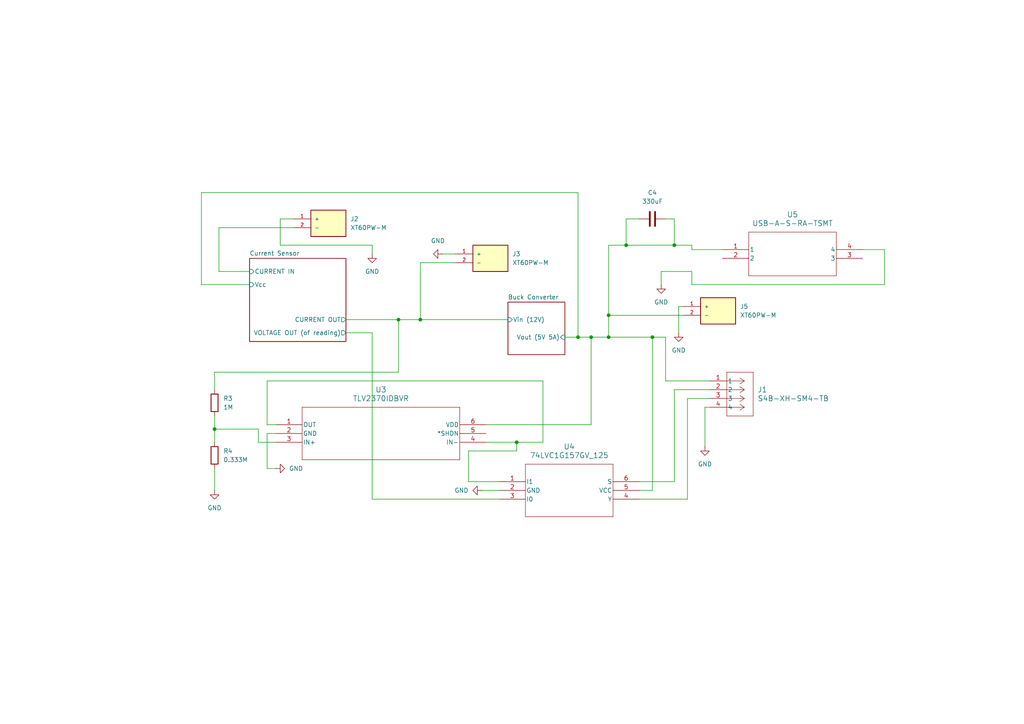
<source format=kicad_sch>
(kicad_sch (version 20231120) (generator "eeschema") (generator_version "8.0")
  (paper "A4")
  (lib_symbols
    (symbol "2025-01-31_02-08-36:S4B-XH-SM4-TB" (pin_names (offset 0.254))
      (property "Reference" "J" (at 8.89 6.35 0))
      (property "Value" "S4B-XH-SM4-TB" (at 0 0 0))
      (symbol "S4B-XH-SM4-TB_1_1"
        (polyline (pts (xy 5.08 -10.16) (xy 12.7 -10.16)) (stroke (width 0.127)))
        (polyline (pts (xy 5.08 2.54) (xy 5.08 -10.16)) (stroke (width 0.127)))
        (polyline (pts (xy 10.16 -7.62) (xy 5.08 -7.62)) (stroke (width 0.127)))
        (polyline (pts (xy 10.16 -7.62) (xy 8.89 -8.4667)) (stroke (width 0.127)))
        (polyline (pts (xy 10.16 -7.62) (xy 8.89 -6.7733)) (stroke (width 0.127)))
        (polyline (pts (xy 10.16 -5.08) (xy 5.08 -5.08)) (stroke (width 0.127)))
        (polyline (pts (xy 10.16 -5.08) (xy 8.89 -5.9267)) (stroke (width 0.127)))
        (polyline (pts (xy 10.16 -5.08) (xy 8.89 -4.2333)) (stroke (width 0.127)))
        (polyline (pts (xy 10.16 -2.54) (xy 5.08 -2.54)) (stroke (width 0.127)))
        (polyline (pts (xy 10.16 -2.54) (xy 8.89 -3.3867)) (stroke (width 0.127)))
        (polyline (pts (xy 10.16 -2.54) (xy 8.89 -1.6933)) (stroke (width 0.127)))
        (polyline (pts (xy 10.16 0) (xy 5.08 0)) (stroke (width 0.127)))
        (polyline (pts (xy 10.16 0) (xy 8.89 -0.8467)) (stroke (width 0.127)))
        (polyline (pts (xy 10.16 0) (xy 8.89 0.8467)) (stroke (width 0.127)))
        (polyline (pts (xy 12.7 -10.16) (xy 12.7 2.54)) (stroke (width 0.127)))
        (polyline (pts (xy 12.7 2.54) (xy 5.08 2.54)) (stroke (width 0.127)))
        (pin unspecified line (at 0 0 0) (length 5.08) (name "1") (number "1"))
        (pin unspecified line (at 0 -2.54 0) (length 5.08) (name "2") (number "2"))
        (pin unspecified line (at 0 -5.08 0) (length 5.08) (name "3") (number "3"))
        (pin unspecified line (at 0 -7.62 0) (length 5.08) (name "4") (number "4"))
      )
      (symbol "S4B-XH-SM4-TB_1_2"
        (polyline (pts (xy 5.08 -10.16) (xy 12.7 -10.16)) (stroke (width 0.127)))
        (polyline (pts (xy 5.08 2.54) (xy 5.08 -10.16)) (stroke (width 0.127)))
        (polyline (pts (xy 7.62 -7.62) (xy 5.08 -7.62)) (stroke (width 0.127)))
        (polyline (pts (xy 7.62 -7.62) (xy 8.89 -8.4667)) (stroke (width 0.127)))
        (polyline (pts (xy 7.62 -7.62) (xy 8.89 -6.7733)) (stroke (width 0.127)))
        (polyline (pts (xy 7.62 -5.08) (xy 5.08 -5.08)) (stroke (width 0.127)))
        (polyline (pts (xy 7.62 -5.08) (xy 8.89 -5.9267)) (stroke (width 0.127)))
        (polyline (pts (xy 7.62 -5.08) (xy 8.89 -4.2333)) (stroke (width 0.127)))
        (polyline (pts (xy 7.62 -2.54) (xy 5.08 -2.54)) (stroke (width 0.127)))
        (polyline (pts (xy 7.62 -2.54) (xy 8.89 -3.3867)) (stroke (width 0.127)))
        (polyline (pts (xy 7.62 -2.54) (xy 8.89 -1.6933)) (stroke (width 0.127)))
        (polyline (pts (xy 7.62 0) (xy 5.08 0)) (stroke (width 0.127)))
        (polyline (pts (xy 7.62 0) (xy 8.89 -0.8467)) (stroke (width 0.127)))
        (polyline (pts (xy 7.62 0) (xy 8.89 0.8467)) (stroke (width 0.127)))
        (polyline (pts (xy 12.7 -10.16) (xy 12.7 2.54)) (stroke (width 0.127)))
        (polyline (pts (xy 12.7 2.54) (xy 5.08 2.54)) (stroke (width 0.127)))
        (pin unspecified line (at 0 0 0) (length 5.08) (name "1") (number "1"))
        (pin unspecified line (at 0 -2.54 0) (length 5.08) (name "2") (number "2"))
        (pin unspecified line (at 0 -5.08 0) (length 5.08) (name "3") (number "3"))
        (pin unspecified line (at 0 -7.62 0) (length 5.08) (name "4") (number "4"))
      )
    )
    (symbol "2025-02-22_16-12-17:74LVC1G157GV_125" (pin_names (offset 0.254))
      (property "Reference" "U" (at 20.32 10.16 0))
      (property "Value" "74LVC1G157GV_125" (at 20.32 7.62 0))
      (symbol "74LVC1G157GV_125_0_1"
        (polyline (pts (xy 7.62 -10.16) (xy 33.02 -10.16)) (stroke (width 0.127)))
        (polyline (pts (xy 7.62 5.08) (xy 7.62 -10.16)) (stroke (width 0.127)))
        (polyline (pts (xy 33.02 -10.16) (xy 33.02 5.08)) (stroke (width 0.127)))
        (polyline (pts (xy 33.02 5.08) (xy 7.62 5.08)) (stroke (width 0.127)))
        (pin bidirectional line (at 0 0 0) (length 7.62) (name "I1") (number "1"))
        (pin power_out line (at 0 -2.54 0) (length 7.62) (name "GND") (number "2"))
        (pin bidirectional line (at 0 -5.08 0) (length 7.62) (name "I0") (number "3"))
        (pin unspecified line (at 40.64 -5.08 180) (length 7.62) (name "Y") (number "4"))
        (pin power_in line (at 40.64 -2.54 180) (length 7.62) (name "VCC") (number "5"))
        (pin unspecified line (at 40.64 0 180) (length 7.62) (name "S") (number "6"))
      )
    )
    (symbol "2025-02-22_17-10-12:TLV2370IDBVR" (pin_names (offset 0.254))
      (property "Reference" "U" (at 30.48 10.16 0))
      (property "Value" "TLV2370IDBVR" (at 30.48 7.62 0))
      (symbol "TLV2370IDBVR_0_1"
        (polyline (pts (xy 7.62 -10.16) (xy 53.34 -10.16)) (stroke (width 0.127)))
        (polyline (pts (xy 7.62 5.08) (xy 7.62 -10.16)) (stroke (width 0.127)))
        (polyline (pts (xy 53.34 -10.16) (xy 53.34 5.08)) (stroke (width 0.127)))
        (polyline (pts (xy 53.34 5.08) (xy 7.62 5.08)) (stroke (width 0.127)))
        (pin output line (at 0 0 0) (length 7.62) (name "OUT") (number "1"))
        (pin power_in line (at 0 -2.54 0) (length 7.62) (name "GND") (number "2"))
        (pin input line (at 0 -5.08 0) (length 7.62) (name "IN+") (number "3"))
        (pin input line (at 60.96 -5.08 180) (length 7.62) (name "IN-") (number "4"))
        (pin unspecified line (at 60.96 -2.54 180) (length 7.62) (name "*SHDN") (number "5"))
        (pin power_in line (at 60.96 0 180) (length 7.62) (name "VDD") (number "6"))
      )
    )
    (symbol "2025-02-23_03-18-15:USB-A-S-RA-TSMT" (pin_names (offset 0.254))
      (property "Reference" "U" (at 20.32 10.16 0))
      (property "Value" "USB-A-S-RA-TSMT" (at 20.32 7.62 0))
      (symbol "USB-A-S-RA-TSMT_0_1"
        (polyline (pts (xy 7.62 -7.62) (xy 33.02 -7.62)) (stroke (width 0.127)))
        (polyline (pts (xy 7.62 5.08) (xy 7.62 -7.62)) (stroke (width 0.127)))
        (polyline (pts (xy 33.02 -7.62) (xy 33.02 5.08)) (stroke (width 0.127)))
        (polyline (pts (xy 33.02 5.08) (xy 7.62 5.08)) (stroke (width 0.127)))
        (pin unspecified line (at 0 0 0) (length 7.62) (name "1") (number "1"))
        (pin unspecified line (at 0 -2.54 0) (length 7.62) (name "2") (number "2"))
        (pin unspecified line (at 40.64 -2.54 180) (length 7.62) (name "3") (number "3"))
        (pin unspecified line (at 40.64 0 180) (length 7.62) (name "4") (number "4"))
      )
    )
    (symbol "Device:C" (pin_numbers hide) (pin_names (offset 0.254))
      (property "Reference" "C" (at 0.635 2.54 0))
      (property "Value" "C" (at 0.635 -2.54 0))
      (symbol "C_0_1"
        (polyline (pts (xy -2.032 -0.762) (xy 2.032 -0.762)) (stroke (width 0.508)))
        (polyline (pts (xy -2.032 0.762) (xy 2.032 0.762)) (stroke (width 0.508)))
      )
      (symbol "C_1_1"
        (pin passive line (at 0 3.81 270) (length 2.794) (name "~") (number "1"))
        (pin passive line (at 0 -3.81 90) (length 2.794) (name "~") (number "2"))
      )
    )
    (symbol "Device:R" (pin_numbers hide) (pin_names (offset 0))
      (property "Reference" "R" (at 2.032 0 90))
      (property "Value" "R" (at 0 0 90))
      (symbol "R_0_1"
        (rectangle (start -1.016 -2.54) (end 1.016 2.54) (stroke (width 0.254)))
      )
      (symbol "R_1_1"
        (pin passive line (at 0 3.81 270) (length 1.27) (name "~") (number "1"))
        (pin passive line (at 0 -3.81 90) (length 1.27) (name "~") (number "2"))
      )
    )
    (symbol "XT60PW-M:XT60PW-M" (pin_names (offset 1.016))
      (property "Reference" "J" (at -5.08 5.7234 0))
      (property "Value" "XT60PW-M" (at -5.08 -5.0923 0))
      (symbol "XT60PW-M_0_0"
        (rectangle (start -5.08 -2.54) (end 5.08 5.08) (stroke (width 0.254)) (fill (type background)))
        (pin passive line (at -10.16 2.54 0) (length 5.08) (name "+") (number "1"))
        (pin passive line (at -10.16 0 0) (length 5.08) (name "-") (number "2"))
      )
    )
    (symbol "power:GND" (power) (pin_numbers hide) (pin_names (offset 0) hide)
      (property "Value" "GND" (at 0 -3.81 0))
      (symbol "GND_0_1"
        (polyline (pts (xy 0 0) (xy 0 -1.27) (xy 1.27 -1.27) (xy 0 -2.54) (xy -1.27 -1.27) (xy 0 -1.27)))
      )
      (symbol "GND_1_1"
        (pin power_in line (at 0 0 270) (length 0) (name "~") (number "1"))
      )
    )
  )
  (junction (at 171.45 97.79))
  (junction (at 149.86 128.27))
  (junction (at 62.23 124.46))
  (junction (at 176.53 91.44))
  (junction (at 176.53 97.79))
  (junction (at 189.23 97.79))
  (junction (at 115.57 92.71))
  (junction (at 181.61 71.12))
  (junction (at 167.64 97.79))
  (junction (at 121.92 92.71))
  (junction (at 195.58 71.12))
  (wire (pts (xy 121.92 76.2) (xy 121.92 92.71)))
  (wire (pts (xy 121.92 92.71) (xy 147.32 92.71)))
  (wire (pts (xy 77.47 125.73) (xy 80.01 125.73)))
  (wire (pts (xy 81.28 71.12) (xy 81.28 63.5)))
  (wire (pts (xy 80.01 128.27) (xy 74.93 128.27)))
  (wire (pts (xy 100.33 92.71) (xy 115.57 92.71)))
  (wire (pts (xy 191.77 82.55) (xy 191.77 78.74)))
  (wire (pts (xy 107.95 144.78) (xy 144.78 144.78)))
  (wire (pts (xy 198.12 88.9) (xy 196.85 88.9)))
  (wire (pts (xy 80.01 123.19) (xy 77.47 123.19)))
  (wire (pts (xy 191.77 78.74) (xy 200.66 78.74)))
  (wire (pts (xy 77.47 123.19) (xy 77.47 110.49)))
  (wire (pts (xy 204.47 118.11) (xy 205.74 118.11)))
  (wire (pts (xy 189.23 97.79) (xy 193.04 97.79)))
  (wire (pts (xy 62.23 107.95) (xy 115.57 107.95)))
  (wire (pts (xy 200.66 71.12) (xy 195.58 71.12)))
  (wire (pts (xy 157.48 110.49) (xy 157.48 128.27)))
  (wire (pts (xy 181.61 71.12) (xy 176.53 71.12)))
  (wire (pts (xy 135.89 139.7) (xy 144.78 139.7)))
  (wire (pts (xy 199.39 115.57) (xy 205.74 115.57)))
  (wire (pts (xy 81.28 63.5) (xy 85.09 63.5)))
  (wire (pts (xy 115.57 92.71) (xy 115.57 107.95)))
  (wire (pts (xy 74.93 124.46) (xy 62.23 124.46)))
  (wire (pts (xy 209.55 72.39) (xy 200.66 72.39)))
  (wire (pts (xy 185.42 63.5) (xy 181.61 63.5)))
  (wire (pts (xy 204.47 129.54) (xy 204.47 118.11)))
  (wire (pts (xy 149.86 128.27) (xy 157.48 128.27)))
  (wire (pts (xy 167.64 55.88) (xy 167.64 97.79)))
  (wire (pts (xy 62.23 124.46) (xy 62.23 128.27)))
  (wire (pts (xy 139.7 142.24) (xy 144.78 142.24)))
  (wire (pts (xy 107.95 71.12) (xy 81.28 71.12)))
  (wire (pts (xy 176.53 91.44) (xy 176.53 97.79)))
  (wire (pts (xy 181.61 63.5) (xy 181.61 71.12)))
  (wire (pts (xy 193.04 97.79) (xy 193.04 110.49)))
  (wire (pts (xy 63.5 78.74) (xy 72.39 78.74)))
  (wire (pts (xy 140.97 128.27) (xy 149.86 128.27)))
  (wire (pts (xy 195.58 113.03) (xy 205.74 113.03)))
  (wire (pts (xy 62.23 107.95) (xy 62.23 113.03)))
  (wire (pts (xy 171.45 97.79) (xy 176.53 97.79)))
  (wire (pts (xy 115.57 92.71) (xy 121.92 92.71)))
  (wire (pts (xy 200.66 72.39) (xy 200.66 71.12)))
  (wire (pts (xy 74.93 128.27) (xy 74.93 124.46)))
  (wire (pts (xy 100.33 96.52) (xy 107.95 96.52)))
  (wire (pts (xy 167.64 55.88) (xy 58.42 55.88)))
  (wire (pts (xy 189.23 142.24) (xy 185.42 142.24)))
  (wire (pts (xy 195.58 139.7) (xy 195.58 113.03)))
  (wire (pts (xy 107.95 96.52) (xy 107.95 144.78)))
  (wire (pts (xy 58.42 55.88) (xy 58.42 82.55)))
  (wire (pts (xy 176.53 91.44) (xy 198.12 91.44)))
  (wire (pts (xy 250.19 72.39) (xy 256.54 72.39)))
  (wire (pts (xy 107.95 73.66) (xy 107.95 71.12)))
  (wire (pts (xy 63.5 66.04) (xy 85.09 66.04)))
  (wire (pts (xy 149.86 130.81) (xy 149.86 128.27)))
  (wire (pts (xy 121.92 76.2) (xy 132.08 76.2)))
  (wire (pts (xy 196.85 88.9) (xy 196.85 96.52)))
  (wire (pts (xy 256.54 82.55) (xy 200.66 82.55)))
  (wire (pts (xy 189.23 97.79) (xy 189.23 142.24)))
  (wire (pts (xy 167.64 97.79) (xy 171.45 97.79)))
  (wire (pts (xy 193.04 110.49) (xy 205.74 110.49)))
  (wire (pts (xy 193.04 63.5) (xy 195.58 63.5)))
  (wire (pts (xy 189.23 97.79) (xy 176.53 97.79)))
  (wire (pts (xy 63.5 66.04) (xy 63.5 78.74)))
  (wire (pts (xy 195.58 71.12) (xy 181.61 71.12)))
  (wire (pts (xy 80.01 135.89) (xy 77.47 135.89)))
  (wire (pts (xy 135.89 139.7) (xy 135.89 130.81)))
  (wire (pts (xy 195.58 63.5) (xy 195.58 71.12)))
  (wire (pts (xy 135.89 130.81) (xy 149.86 130.81)))
  (wire (pts (xy 199.39 144.78) (xy 185.42 144.78)))
  (wire (pts (xy 62.23 135.89) (xy 62.23 142.24)))
  (wire (pts (xy 185.42 139.7) (xy 195.58 139.7)))
  (wire (pts (xy 176.53 71.12) (xy 176.53 91.44)))
  (wire (pts (xy 199.39 115.57) (xy 199.39 144.78)))
  (wire (pts (xy 128.27 73.66) (xy 132.08 73.66)))
  (wire (pts (xy 140.97 123.19) (xy 171.45 123.19)))
  (wire (pts (xy 171.45 123.19) (xy 171.45 97.79)))
  (wire (pts (xy 62.23 120.65) (xy 62.23 124.46)))
  (wire (pts (xy 163.83 97.79) (xy 167.64 97.79)))
  (wire (pts (xy 77.47 110.49) (xy 157.48 110.49)))
  (wire (pts (xy 58.42 82.55) (xy 72.39 82.55)))
  (wire (pts (xy 77.47 135.89) (xy 77.47 125.73)))
  (wire (pts (xy 256.54 72.39) (xy 256.54 82.55)))
  (wire (pts (xy 200.66 82.55) (xy 200.66 78.74)))
  (symbol (lib_id "XT60PW-M:XT60PW-M") (at 142.24 76.2 0) (unit 1)
    (property "Reference" "J3" (at 148.59 73.6599 0) (effects (justify left)))
    (property "Value" "XT60PW-M" (at 148.59 76.1999 0) (effects (justify left)))
    (property "Footprint" "Connector_AMASS:AMASS_XT60IPW-M_1x03_P7.20mm_Horizontal" (effects (hide yes)))
    (property "MF" "AMASS" (effects (hide yes)))
    (property "MAXIMUM_PACKAGE_HEIGHT" "8.4 mm" (effects (hide yes)))
    (property "Package" "Package" (effects (hide yes)))
    (property "Price" "None" (effects (hide yes)))
    (property "Check_prices" "https://www.snapeda.com/parts/XT60PW-M/AMASS/view-part/?ref=eda" (effects (hide yes)))
    (property "STANDARD" "Manufacturer recommendations" (effects (hide yes)))
    (property "PARTREV" "V1.2" (effects (hide yes)))
    (property "SnapEDA_Link" "https://www.snapeda.com/parts/XT60PW-M/AMASS/view-part/?ref=snap" (effects (hide yes)))
    (property "MP" "XT60PW-M" (effects (hide yes)))
    (property "Description_1" "\n                        \n                            Socket, DC supply, male, PIN: 2\n                        \n" (effects (hide yes)))
    (property "Availability" "In Stock" (effects (hide yes)))
    (property "MANUFACTURER" "AMASS" (effects (hide yes)))
  )
  (symbol (lib_id "power:GND") (at 196.85 96.52 0) (unit 1)
    (property "Reference" "#PWR014" (effects (hide yes)))
    (property "Value" "GND" (at 196.85 101.6 0))
    (property "Description" "Power symbol creates a global label with name \"GND\" , ground" (effects (hide yes)))
  )
  (symbol (lib_id "power:GND") (at 107.95 73.66 0) (unit 1)
    (property "Reference" "#PWR04" (effects (hide yes)))
    (property "Value" "GND" (at 107.95 78.74 0))
    (property "Description" "Power symbol creates a global label with name \"GND\" , ground" (effects (hide yes)))
  )
  (symbol (lib_id "2025-02-23_03-18-15:USB-A-S-RA-TSMT") (at 209.55 72.39 0) (unit 1)
    (property "Reference" "U5" (at 229.87 62.23 0) (effects (font (size 1.524 1.524))))
    (property "Value" "USB-A-S-RA-TSMT" (at 229.87 64.77 0) (effects (font (size 1.524 1.524))))
    (property "Footprint" "USB-A-S-RA-TSMT_ADM" (effects (hide yes)))
    (property "Datasheet" "USB-A-S-RA-TSMT" (effects (hide yes)))
  )
  (symbol (lib_id "power:GND") (at 191.77 82.55 0) (unit 1)
    (property "Reference" "#PWR06" (effects (hide yes)))
    (property "Value" "GND" (at 191.77 87.63 0))
    (property "Description" "Power symbol creates a global label with name \"GND\" , ground" (effects (hide yes)))
  )
  (symbol (lib_id "2025-01-31_02-08-36:S4B-XH-SM4-TB") (at 205.74 110.49 0) (unit 1)
    (property "Reference" "J1" (at 219.71 113.0299 0) (effects (font (size 1.524 1.524)) (justify left)))
    (property "Value" "S4B-XH-SM4-TB" (at 219.71 115.5699 0) (effects (font (size 1.524 1.524)) (justify left)))
    (property "Footprint" "Connector_JST:JST_XH_B4B-XH-A_1x04_P2.50mm_Vertical" (effects (hide yes)))
    (property "Datasheet" "S4B-XH-SM4-TB" (effects (hide yes)))
  )
  (symbol (lib_id "power:GND") (at 80.01 135.89 90) (unit 1)
    (property "Reference" "#PWR010" (effects (hide yes)))
    (property "Value" "GND" (at 83.82 135.8899 90) (effects (justify right)))
    (property "Description" "Power symbol creates a global label with name \"GND\" , ground" (effects (hide yes)))
  )
  (symbol (lib_id "power:GND") (at 128.27 73.66 270) (unit 1)
    (property "Reference" "#PWR05" (effects (hide yes)))
    (property "Value" "GND" (at 127 69.85 90))
    (property "Description" "Power symbol creates a global label with name \"GND\" , ground" (effects (hide yes)))
  )
  (symbol (lib_id "XT60PW-M:XT60PW-M") (at 208.28 91.44 0) (unit 1)
    (property "Reference" "J5" (at 214.63 88.8999 0) (effects (justify left)))
    (property "Value" "XT60PW-M" (at 214.63 91.4399 0) (effects (justify left)))
    (property "Footprint" "Connector_AMASS:AMASS_XT60IPW-M_1x03_P7.20mm_Horizontal" (effects (hide yes)))
    (property "MF" "AMASS" (effects (hide yes)))
    (property "MAXIMUM_PACKAGE_HEIGHT" "8.4 mm" (effects (hide yes)))
    (property "Package" "Package" (effects (hide yes)))
    (property "Price" "None" (effects (hide yes)))
    (property "Check_prices" "https://www.snapeda.com/parts/XT60PW-M/AMASS/view-part/?ref=eda" (effects (hide yes)))
    (property "STANDARD" "Manufacturer recommendations" (effects (hide yes)))
    (property "PARTREV" "V1.2" (effects (hide yes)))
    (property "SnapEDA_Link" "https://www.snapeda.com/parts/XT60PW-M/AMASS/view-part/?ref=snap" (effects (hide yes)))
    (property "MP" "XT60PW-M" (effects (hide yes)))
    (property "Description_1" "\n                        \n                            Socket, DC supply, male, PIN: 2\n                        \n" (effects (hide yes)))
    (property "Availability" "In Stock" (effects (hide yes)))
    (property "MANUFACTURER" "AMASS" (effects (hide yes)))
  )
  (symbol (lib_id "power:GND") (at 204.47 129.54 0) (unit 1)
    (property "Reference" "#PWR02" (effects (hide yes)))
    (property "Value" "GND" (at 204.47 134.62 0))
    (property "Description" "Power symbol creates a global label with name \"GND\" , ground" (effects (hide yes)))
  )
  (symbol (lib_id "Device:R") (at 62.23 132.08 0) (unit 1)
    (property "Reference" "R4" (at 64.77 130.8099 0) (effects (justify left)))
    (property "Value" "0.333M" (at 64.77 133.3499 0) (effects (justify left)))
    (property "Footprint" "Resistor_SMD:R_0805_2012Metric_Pad1.20x1.40mm_HandSolder" (effects (hide yes)))
    (property "Description" "Resistor" (effects (hide yes)))
  )
  (symbol (lib_id "Device:C") (at 189.23 63.5 90) (unit 1)
    (property "Reference" "C4" (at 189.23 55.88 90))
    (property "Value" "330uF" (at 189.23 58.42 90))
    (property "Footprint" "Capacitor_SMD:C_0805_2012Metric_Pad1.18x1.45mm_HandSolder" (effects (hide yes)))
    (property "Description" "Unpolarized capacitor" (effects (hide yes)))
  )
  (symbol (lib_id "power:GND") (at 139.7 142.24 270) (unit 1)
    (property "Reference" "#PWR03" (effects (hide yes)))
    (property "Value" "GND" (at 135.89 142.2399 90) (effects (justify right)))
    (property "Description" "Power symbol creates a global label with name \"GND\" , ground" (effects (hide yes)))
  )
  (symbol (lib_id "XT60PW-M:XT60PW-M") (at 95.25 66.04 0) (unit 1)
    (property "Reference" "J2" (at 101.6 63.4999 0) (effects (justify left)))
    (property "Value" "XT60PW-M" (at 101.6 66.0399 0) (effects (justify left)))
    (property "Footprint" "Connector_AMASS:AMASS_XT60IPW-M_1x03_P7.20mm_Horizontal" (effects (hide yes)))
    (property "MF" "AMASS" (effects (hide yes)))
    (property "MAXIMUM_PACKAGE_HEIGHT" "8.4 mm" (effects (hide yes)))
    (property "Package" "Package" (effects (hide yes)))
    (property "Price" "None" (effects (hide yes)))
    (property "Check_prices" "https://www.snapeda.com/parts/XT60PW-M/AMASS/view-part/?ref=eda" (effects (hide yes)))
    (property "STANDARD" "Manufacturer recommendations" (effects (hide yes)))
    (property "PARTREV" "V1.2" (effects (hide yes)))
    (property "SnapEDA_Link" "https://www.snapeda.com/parts/XT60PW-M/AMASS/view-part/?ref=snap" (effects (hide yes)))
    (property "MP" "XT60PW-M" (effects (hide yes)))
    (property "Description_1" "\n                        \n                            Socket, DC supply, male, PIN: 2\n                        \n" (effects (hide yes)))
    (property "Availability" "In Stock" (effects (hide yes)))
    (property "MANUFACTURER" "AMASS" (effects (hide yes)))
  )
  (symbol (lib_id "2025-02-22_16-12-17:74LVC1G157GV_125") (at 144.78 139.7 0) (unit 1)
    (property "Reference" "U4" (at 165.1 129.54 0) (effects (font (size 1.524 1.524))))
    (property "Value" "74LVC1G157GV_125" (at 165.1 132.08 0) (effects (font (size 1.524 1.524))))
    (property "Footprint" "TSOP6_SOT457_NEX" (effects (hide yes)))
    (property "Datasheet" "74LVC1G157GV_125" (effects (hide yes)))
  )
  (symbol (lib_id "2025-02-22_17-10-12:TLV2370IDBVR") (at 80.01 123.19 0) (unit 1)
    (property "Reference" "U3" (at 110.49 113.03 0) (effects (font (size 1.524 1.524))))
    (property "Value" "TLV2370IDBVR" (at 110.49 115.57 0) (effects (font (size 1.524 1.524))))
    (property "Footprint" "DBV6" (effects (hide yes)))
    (property "Datasheet" "TLV2370IDBVR" (effects (hide yes)))
  )
  (symbol (lib_id "power:GND") (at 62.23 142.24 0) (unit 1)
    (property "Reference" "#PWR07" (effects (hide yes)))
    (property "Value" "GND" (at 62.23 147.32 0))
    (property "Description" "Power symbol creates a global label with name \"GND\" , ground" (effects (hide yes)))
  )
  (symbol (lib_id "Device:R") (at 62.23 116.84 0) (unit 1)
    (property "Reference" "R3" (at 64.77 115.5699 0) (effects (justify left)))
    (property "Value" "1M" (at 64.77 118.1099 0) (effects (justify left)))
    (property "Footprint" "Resistor_SMD:R_0805_2012Metric_Pad1.20x1.40mm_HandSolder" (effects (hide yes)))
    (property "Description" "Resistor" (effects (hide yes)))
  )
  (sheet (at 72.39 74.93) (size 27.94 24.13) (stroke (width 0.1524))
    (property "Sheetname" "Current Sensor" (at 72.39 74.2184 0) (effects (justify left bottom)))
    (property "Sheetfile" "untitled.kicad_sch" (effects (hide yes)))
    (pin "CURRENT IN" input (at 72.39 78.74 180))
    (pin "CURRENT OUT" output (at 100.33 92.71 0))
    (pin "VOLTAGE OUT (of reading)" output (at 100.33 96.52 0))
    (pin "Vcc" input (at 72.39 82.55 180))
  )
  (sheet (at 147.32 87.63) (size 16.51 15.24) (stroke (width 0.1524))
    (property "Sheetname" "Buck Converter" (at 147.32 86.9184 0) (effects (justify left bottom)))
    (property "Sheetfile" "buckconverter.kicad_sch" (effects (hide yes)))
    (pin "Vout (5V 5A)" input (at 163.83 97.79 0))
    (pin "Vin (12V)" input (at 147.32 92.71 180))
  )
)
</source>
